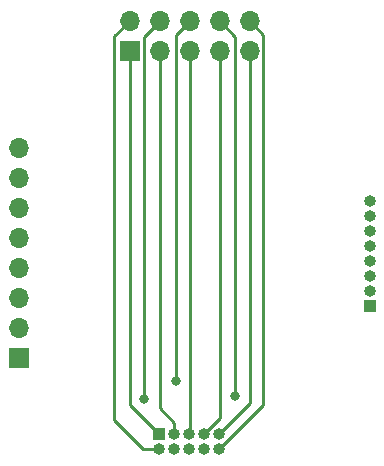
<source format=gbr>
%TF.GenerationSoftware,KiCad,Pcbnew,(5.1.12)-1*%
%TF.CreationDate,2022-08-10T22:12:13-07:00*%
%TF.ProjectId,JTAGAdapter,4a544147-4164-4617-9074-65722e6b6963,rev?*%
%TF.SameCoordinates,Original*%
%TF.FileFunction,Copper,L2,Bot*%
%TF.FilePolarity,Positive*%
%FSLAX46Y46*%
G04 Gerber Fmt 4.6, Leading zero omitted, Abs format (unit mm)*
G04 Created by KiCad (PCBNEW (5.1.12)-1) date 2022-08-10 22:12:13*
%MOMM*%
%LPD*%
G01*
G04 APERTURE LIST*
%TA.AperFunction,ComponentPad*%
%ADD10O,1.000000X1.000000*%
%TD*%
%TA.AperFunction,ComponentPad*%
%ADD11R,1.000000X1.000000*%
%TD*%
%TA.AperFunction,ComponentPad*%
%ADD12O,1.700000X1.700000*%
%TD*%
%TA.AperFunction,ComponentPad*%
%ADD13R,1.700000X1.700000*%
%TD*%
%TA.AperFunction,ViaPad*%
%ADD14C,0.800000*%
%TD*%
%TA.AperFunction,Conductor*%
%ADD15C,0.250000*%
%TD*%
G04 APERTURE END LIST*
D10*
%TO.P,J2,8*%
%TO.N,Net-(J1-Pad8)*%
X177774600Y-95123000D03*
%TO.P,J2,7*%
%TO.N,Net-(J1-Pad7)*%
X177774600Y-96393000D03*
%TO.P,J2,6*%
%TO.N,Net-(J1-Pad6)*%
X177774600Y-97663000D03*
%TO.P,J2,5*%
%TO.N,Net-(J1-Pad5)*%
X177774600Y-98933000D03*
%TO.P,J2,4*%
%TO.N,Net-(J1-Pad4)*%
X177774600Y-100203000D03*
%TO.P,J2,3*%
%TO.N,Net-(J1-Pad3)*%
X177774600Y-101473000D03*
%TO.P,J2,2*%
%TO.N,Net-(J1-Pad2)*%
X177774600Y-102743000D03*
D11*
%TO.P,J2,1*%
%TO.N,Net-(J1-Pad1)*%
X177774600Y-104013000D03*
%TD*%
D10*
%TO.P,J4,10*%
%TO.N,Net-(J3-Pad10)*%
X165023800Y-116103400D03*
%TO.P,J4,9*%
%TO.N,Net-(J3-Pad9)*%
X165023800Y-114833400D03*
%TO.P,J4,8*%
%TO.N,Net-(J3-Pad8)*%
X163753800Y-116103400D03*
%TO.P,J4,7*%
%TO.N,Net-(J3-Pad7)*%
X163753800Y-114833400D03*
%TO.P,J4,6*%
%TO.N,Net-(J3-Pad6)*%
X162483800Y-116103400D03*
%TO.P,J4,5*%
%TO.N,Net-(J3-Pad5)*%
X162483800Y-114833400D03*
%TO.P,J4,4*%
%TO.N,Net-(J3-Pad4)*%
X161213800Y-116103400D03*
%TO.P,J4,3*%
%TO.N,Net-(J3-Pad3)*%
X161213800Y-114833400D03*
%TO.P,J4,2*%
%TO.N,Net-(J3-Pad2)*%
X159943800Y-116103400D03*
D11*
%TO.P,J4,1*%
%TO.N,Net-(J3-Pad1)*%
X159943800Y-114833400D03*
%TD*%
D12*
%TO.P,J3,10*%
%TO.N,Net-(J3-Pad10)*%
X167614600Y-79883000D03*
%TO.P,J3,9*%
%TO.N,Net-(J3-Pad9)*%
X167614600Y-82423000D03*
%TO.P,J3,8*%
%TO.N,Net-(J3-Pad8)*%
X165074600Y-79883000D03*
%TO.P,J3,7*%
%TO.N,Net-(J3-Pad7)*%
X165074600Y-82423000D03*
%TO.P,J3,6*%
%TO.N,Net-(J3-Pad6)*%
X162534600Y-79883000D03*
%TO.P,J3,5*%
%TO.N,Net-(J3-Pad5)*%
X162534600Y-82423000D03*
%TO.P,J3,4*%
%TO.N,Net-(J3-Pad4)*%
X159994600Y-79883000D03*
%TO.P,J3,3*%
%TO.N,Net-(J3-Pad3)*%
X159994600Y-82423000D03*
%TO.P,J3,2*%
%TO.N,Net-(J3-Pad2)*%
X157454600Y-79883000D03*
D13*
%TO.P,J3,1*%
%TO.N,Net-(J3-Pad1)*%
X157454600Y-82423000D03*
%TD*%
D12*
%TO.P,J1,8*%
%TO.N,Net-(J1-Pad8)*%
X148107400Y-90627200D03*
%TO.P,J1,7*%
%TO.N,Net-(J1-Pad7)*%
X148107400Y-93167200D03*
%TO.P,J1,6*%
%TO.N,Net-(J1-Pad6)*%
X148107400Y-95707200D03*
%TO.P,J1,5*%
%TO.N,Net-(J1-Pad5)*%
X148107400Y-98247200D03*
%TO.P,J1,4*%
%TO.N,Net-(J1-Pad4)*%
X148107400Y-100787200D03*
%TO.P,J1,3*%
%TO.N,Net-(J1-Pad3)*%
X148107400Y-103327200D03*
%TO.P,J1,2*%
%TO.N,Net-(J1-Pad2)*%
X148107400Y-105867200D03*
D13*
%TO.P,J1,1*%
%TO.N,Net-(J1-Pad1)*%
X148107400Y-108407200D03*
%TD*%
D14*
%TO.N,Net-(J3-Pad8)*%
X166395400Y-111582200D03*
%TO.N,Net-(J3-Pad6)*%
X161417000Y-110312200D03*
%TO.N,Net-(J3-Pad4)*%
X158636810Y-111861600D03*
%TD*%
D15*
%TO.N,Net-(J3-Pad10)*%
X168789601Y-112337599D02*
X165023800Y-116103400D01*
X168789601Y-81058001D02*
X168789601Y-112337599D01*
X167614600Y-79883000D02*
X168789601Y-81058001D01*
%TO.N,Net-(J3-Pad9)*%
X167614600Y-112242600D02*
X165023800Y-114833400D01*
X167614600Y-82423000D02*
X167614600Y-112242600D01*
%TO.N,Net-(J3-Pad8)*%
X166395400Y-81203800D02*
X166395400Y-111582200D01*
X165074600Y-79883000D02*
X166395400Y-81203800D01*
%TO.N,Net-(J3-Pad7)*%
X165074600Y-113512600D02*
X163753800Y-114833400D01*
X165074600Y-82423000D02*
X165074600Y-113512600D01*
%TO.N,Net-(J3-Pad6)*%
X161359599Y-110254799D02*
X161417000Y-110312200D01*
X161359599Y-81058001D02*
X161359599Y-110254799D01*
X162534600Y-79883000D02*
X161359599Y-81058001D01*
%TO.N,Net-(J3-Pad5)*%
X162534600Y-114782600D02*
X162483800Y-114833400D01*
X162534600Y-82423000D02*
X162534600Y-114782600D01*
%TO.N,Net-(J3-Pad4)*%
X159994600Y-79883000D02*
X158636810Y-81240790D01*
X158636810Y-81240790D02*
X158636810Y-111861600D01*
%TO.N,Net-(J3-Pad3)*%
X161213800Y-113893600D02*
X161213800Y-114833400D01*
X159994600Y-112674400D02*
X161213800Y-113893600D01*
X159994600Y-82423000D02*
X159994600Y-112674400D01*
%TO.N,Net-(J3-Pad2)*%
X158623000Y-116103400D02*
X159943800Y-116103400D01*
X156159200Y-113639600D02*
X158623000Y-116103400D01*
X156159200Y-81178400D02*
X156159200Y-113639600D01*
X157454600Y-79883000D02*
X156159200Y-81178400D01*
%TO.N,Net-(J3-Pad1)*%
X157454600Y-112344200D02*
X159943800Y-114833400D01*
X157454600Y-82423000D02*
X157454600Y-112344200D01*
%TD*%
M02*

</source>
